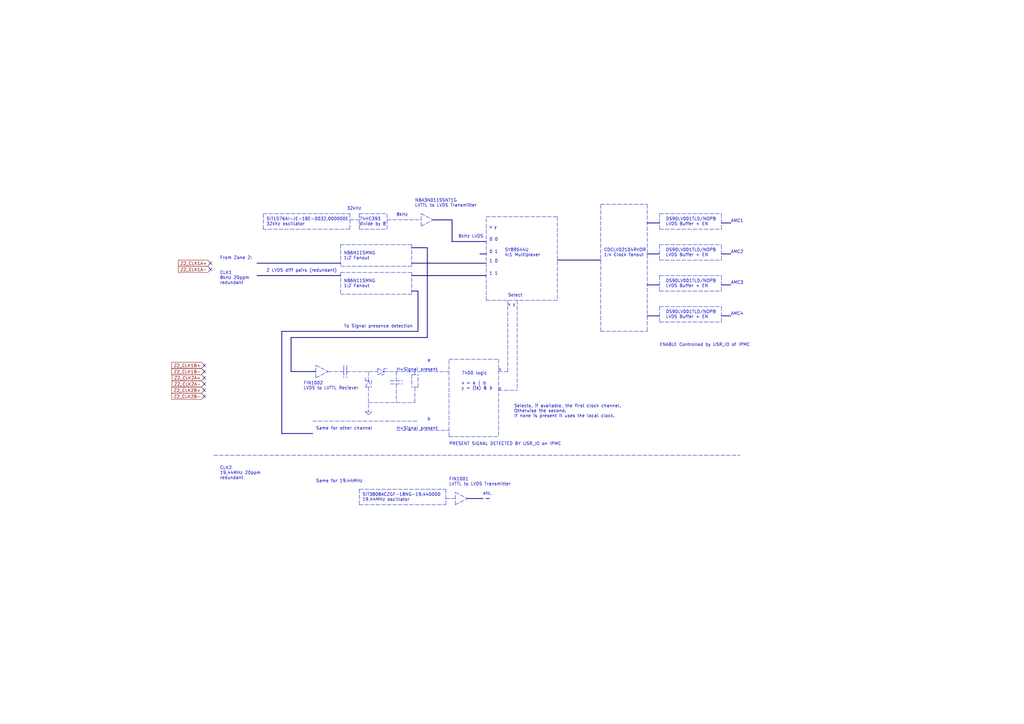
<source format=kicad_sch>
(kicad_sch (version 20211123) (generator eeschema)
  (paper "A3")
  (title_block (title "ATCA Template") (date "2022-09-07") (rev "1.0") (company "Karlsruhe Institute of Technology (KIT)") (comment 1 "Carsten Schmerbeck"))
  (lib_symbols)
  (no_connect (at 83.82 162.56))
  (no_connect (at 83.82 160.02))
  (no_connect (at 83.82 157.48))
  (no_connect (at 83.82 154.94))
  (no_connect (at 83.82 152.4))
  (no_connect (at 83.82 149.86))
  (no_connect (at 86.36 107.95))
  (no_connect (at 86.36 110.49))
  (bus (pts (xy 105.41 107.95) (xy 139.7 107.95)))
  (bus (pts (xy 295.91 129.54) (xy 299.72 129.54)))
  (polyline (pts (xy 139.7 111.76) (xy 168.91 111.76)))
  (polyline (pts (xy 270.51 100.33) (xy 270.51 106.68)))
  (polyline (pts (xy 162.56 152.4) (xy 162.56 156.21)))
  (polyline (pts (xy 295.91 106.68) (xy 295.91 100.33)))
  (polyline (pts (xy 168.91 153.67) (xy 171.45 153.67)))
  (polyline (pts (xy 154.94 151.13) (xy 154.94 153.67)))
  (polyline (pts (xy 270.51 93.98) (xy 295.91 93.98)))
  (polyline (pts (xy 147.32 93.98) (xy 158.75 93.98)))
  (polyline (pts (xy 154.94 151.13) (xy 157.48 152.4)))
  (bus (pts (xy 177.8 90.17) (xy 185.42 90.17)))
  (polyline (pts (xy 182.88 204.47) (xy 186.69 204.47)))
  (polyline (pts (xy 171.45 158.75) (xy 168.91 158.75)))
  (bus (pts (xy 185.42 99.06) (xy 185.42 90.17)))
  (polyline (pts (xy 142.24 152.4) (xy 154.94 152.4)))
  (polyline (pts (xy 270.51 125.73) (xy 295.91 125.73)))
  (polyline (pts (xy 151.13 156.21) (xy 152.4 158.75)))
  (polyline (pts (xy 182.88 207.01) (xy 182.88 200.66)))
  (polyline (pts (xy 204.47 152.4) (xy 208.28 152.4)))
  (polyline (pts (xy 171.45 158.75) (xy 171.45 153.67)))
  (bus (pts (xy 295.91 116.84) (xy 299.72 116.84)))
  (polyline (pts (xy 158.75 93.98) (xy 158.75 87.63)))
  (polyline (pts (xy 143.51 93.98) (xy 107.95 93.98)))
  (bus (pts (xy 175.26 101.6) (xy 175.26 138.43)))
  (polyline (pts (xy 172.72 92.71) (xy 177.8 90.17)))
  (polyline (pts (xy 228.6 88.9) (xy 228.6 123.19)))
  (polyline (pts (xy 160.02 157.48) (xy 165.1 157.48)))
  (polyline (pts (xy 199.39 88.9) (xy 228.6 88.9)))
  (polyline (pts (xy 162.56 176.53) (xy 184.15 176.53)))
  (polyline (pts (xy 270.51 106.68) (xy 295.91 106.68)))
  (polyline (pts (xy 246.38 135.89) (xy 265.43 135.89)))
  (bus (pts (xy 175.26 138.43) (xy 119.38 138.43)))
  (bus (pts (xy 295.91 91.44) (xy 299.72 91.44)))
  (polyline (pts (xy 186.69 207.01) (xy 186.69 201.93)))
  (polyline (pts (xy 208.28 152.4) (xy 208.28 123.19)))
  (polyline (pts (xy 270.51 113.03) (xy 295.91 113.03)))
  (polyline (pts (xy 151.13 152.4) (xy 151.13 156.21)))
  (polyline (pts (xy 87.63 186.69) (xy 303.53 186.69)))
  (polyline (pts (xy 265.43 83.82) (xy 265.43 135.89)))
  (polyline (pts (xy 270.51 125.73) (xy 270.51 132.08)))
  (bus (pts (xy 119.38 152.4) (xy 129.54 152.4)))
  (polyline (pts (xy 134.62 152.4) (xy 140.97 152.4)))
  (polyline (pts (xy 142.24 151.13) (xy 142.24 153.67)))
  (polyline (pts (xy 142.24 149.86) (xy 142.24 154.94)))
  (polyline (pts (xy 270.51 113.03) (xy 270.51 119.38)))
  (polyline (pts (xy 204.47 160.02) (xy 212.09 160.02)))
  (polyline (pts (xy 143.51 87.63) (xy 143.51 93.98)))
  (bus (pts (xy 115.57 135.89) (xy 115.57 177.8)))
  (bus (pts (xy 115.57 177.8) (xy 128.27 177.8)))
  (polyline (pts (xy 158.75 151.13) (xy 157.48 151.13)))
  (bus (pts (xy 119.38 138.43) (xy 119.38 152.4)))
  (polyline (pts (xy 270.51 100.33) (xy 295.91 100.33)))
  (bus (pts (xy 196.85 104.14) (xy 199.39 104.14)))
  (polyline (pts (xy 186.69 201.93) (xy 191.77 204.47)))
  (bus (pts (xy 265.43 91.44) (xy 270.51 91.44)))
  (bus (pts (xy 265.43 129.54) (xy 270.51 129.54)))
  (polyline (pts (xy 152.4 156.21) (xy 152.4 157.48)))
  (polyline (pts (xy 139.7 100.33) (xy 168.91 100.33)))
  (polyline (pts (xy 143.51 90.17) (xy 147.32 90.17)))
  (polyline (pts (xy 149.86 168.91) (xy 152.4 168.91)))
  (polyline (pts (xy 186.69 207.01) (xy 191.77 204.47)))
  (bus (pts (xy 199.39 204.47) (xy 200.66 204.47)))
  (polyline (pts (xy 168.91 111.76) (xy 168.91 120.65)))
  (polyline (pts (xy 152.4 168.91) (xy 151.13 170.18)))
  (polyline (pts (xy 140.97 149.86) (xy 140.97 154.94)))
  (polyline (pts (xy 107.95 87.63) (xy 143.51 87.63)))
  (bus (pts (xy 168.91 113.03) (xy 199.39 113.03)))
  (polyline (pts (xy 147.32 87.63) (xy 147.32 93.98)))
  (polyline (pts (xy 156.21 153.67) (xy 157.48 153.67)))
  (polyline (pts (xy 149.86 158.75) (xy 151.13 156.21)))
  (bus (pts (xy 171.45 135.89) (xy 115.57 135.89)))
  (bus (pts (xy 265.43 104.14) (xy 270.51 104.14)))
  (polyline (pts (xy 162.56 157.48) (xy 162.56 165.1)))
  (polyline (pts (xy 160.02 156.21) (xy 165.1 156.21)))
  (bus (pts (xy 265.43 116.84) (xy 270.51 116.84)))
  (polyline (pts (xy 172.72 92.71) (xy 172.72 87.63)))
  (polyline (pts (xy 270.51 87.63) (xy 270.51 93.98)))
  (polyline (pts (xy 170.18 165.1) (xy 170.18 158.75)))
  (polyline (pts (xy 184.15 147.32) (xy 204.47 147.32)))
  (polyline (pts (xy 147.32 200.66) (xy 147.32 207.01)))
  (bus (pts (xy 168.91 101.6) (xy 175.26 101.6)))
  (polyline (pts (xy 295.91 119.38) (xy 295.91 113.03)))
  (polyline (pts (xy 151.13 165.1) (xy 170.18 165.1)))
  (polyline (pts (xy 295.91 132.08) (xy 295.91 125.73)))
  (polyline (pts (xy 168.91 153.67) (xy 168.91 158.75)))
  (polyline (pts (xy 139.7 100.33) (xy 139.7 109.22)))
  (polyline (pts (xy 147.32 87.63) (xy 158.75 87.63)))
  (polyline (pts (xy 270.51 132.08) (xy 295.91 132.08)))
  (polyline (pts (xy 204.47 147.32) (xy 204.47 179.07)))
  (polyline (pts (xy 184.15 179.07) (xy 204.47 179.07)))
  (bus (pts (xy 191.77 204.47) (xy 198.12 204.47)))
  (polyline (pts (xy 149.86 168.91) (xy 151.13 170.18)))
  (polyline (pts (xy 147.32 207.01) (xy 182.88 207.01)))
  (polyline (pts (xy 157.48 152.4) (xy 184.15 152.4)))
  (bus (pts (xy 295.91 104.14) (xy 299.72 104.14)))
  (polyline (pts (xy 246.38 135.89) (xy 246.38 83.82)))
  (polyline (pts (xy 270.51 87.63) (xy 295.91 87.63)))
  (polyline (pts (xy 168.91 100.33) (xy 168.91 109.22)))
  (polyline (pts (xy 170.18 152.4) (xy 170.18 153.67)))
  (polyline (pts (xy 172.72 87.63) (xy 177.8 90.17)))
  (bus (pts (xy 185.42 99.06) (xy 199.39 99.06)))
  (polyline (pts (xy 129.54 149.86) (xy 134.62 152.4)))
  (polyline (pts (xy 158.75 90.17) (xy 172.72 90.17)))
  (polyline (pts (xy 149.86 154.94) (xy 149.86 156.21)))
  (polyline (pts (xy 128.27 172.72) (xy 171.45 172.72)))
  (polyline (pts (xy 129.54 154.94) (xy 134.62 152.4)))
  (polyline (pts (xy 147.32 200.66) (xy 182.88 200.66)))
  (polyline (pts (xy 151.13 158.75) (xy 151.13 168.91)))
  (polyline (pts (xy 140.97 151.13) (xy 140.97 153.67)))
  (bus (pts (xy 105.41 113.03) (xy 139.7 113.03)))
  (polyline (pts (xy 270.51 119.38) (xy 295.91 119.38)))
  (polyline (pts (xy 199.39 123.19) (xy 199.39 88.9)))
  (polyline (pts (xy 184.15 179.07) (xy 184.15 147.32)))
  (polyline (pts (xy 168.91 109.22) (xy 139.7 109.22)))
  (bus (pts (xy 228.6 106.68) (xy 246.38 106.68)))
  (polyline (pts (xy 107.95 93.98) (xy 107.95 87.63)))
  (bus (pts (xy 168.91 107.95) (xy 199.39 107.95)))
  (polyline (pts (xy 149.86 158.75) (xy 152.4 158.75)))
  (polyline (pts (xy 154.94 153.67) (xy 157.48 152.4)))
  (polyline (pts (xy 199.39 123.19) (xy 228.6 123.19)))
  (polyline (pts (xy 129.54 154.94) (xy 129.54 149.86)))
  (polyline (pts (xy 295.91 93.98) (xy 295.91 87.63)))
  (polyline (pts (xy 149.86 156.21) (xy 152.4 156.21)))
  (polyline (pts (xy 157.48 151.13) (xy 157.48 153.67)))
  (polyline (pts (xy 139.7 111.76) (xy 139.7 120.65)))
  (bus (pts (xy 168.91 119.38) (xy 171.45 119.38)))
  (polyline (pts (xy 246.38 83.82) (xy 265.43 83.82)))
  (bus (pts (xy 171.45 119.38) (xy 171.45 135.89)))
  (polyline (pts (xy 168.91 120.65) (xy 139.7 120.65)))
  (polyline (pts (xy 212.09 123.19) (xy 212.09 160.02)))
  (text "x y" (at 200.66 93.98 0) (effects (font (size 1.27 1.27)) (justify left bottom)))
  (text "etc." (at 198.12 203.2 0) (effects (font (size 1.27 1.27)) (justify left bottom)))
  (text "AMC1" (at 299.72 91.44 0) (effects (font (size 1.27 1.27)) (justify left bottom)))
  (text "x" (at 204.47 152.4 0) (effects (font (size 1.27 1.27)) (justify left bottom)))
  (text "74HC393\ndivide by 8" (at 147.32 92.71 0) (effects (font (size 1.27 1.27)) (justify left bottom)))
  (text "x y" (at 208.28 125.73 0) (effects (font (size 1.27 1.27)) (justify left bottom)))
  (text "1 0" (at 200.66 107.95 0) (effects (font (size 1.27 1.27)) (justify left bottom)))
  (text "DS90LV001TLD/NOPB\nLVDS Buffer + EN" (at 273.05 118.11 0) (effects (font (size 1.27 1.27)) (justify left bottom)))
  (text "AMC4" (at 299.7153 129.4981 0) (effects (font (size 1.27 1.27)) (justify left bottom)))
  (text "AMC3" (at 299.7153 116.7516 0) (effects (font (size 1.27 1.27)) (justify left bottom)))
  (text "Selects, if available, the first clock channel.\nOtherwise the second.\nIf none is present it uses the local clock." (at 210.82 171.45 0) (effects (font (size 1.27 1.27)) (justify left bottom)))
  (text "DS90LV001TLD/NOPB\nLVDS Buffer + EN" (at 273.05 105.41 0) (effects (font (size 1.27 1.27)) (justify left bottom)))
  (text "Select" (at 208.28 121.92 0) (effects (font (size 1.27 1.27)) (justify left bottom)))
  (text "To Signal presence detection" (at 140.97 134.62 0) (effects (font (size 1.27 1.27)) (justify left bottom)))
  (text "FIN1001\nLVTTL to LVDS Transmitter" (at 184.15 199.39 0) (effects (font (size 1.27 1.27)) (justify left bottom)))
  (text "7400 logic\n\nx = a | b\ny = (!a) & b" (at 189.23 160.02 0) (effects (font (size 1.27 1.27)) (justify left bottom)))
  (text "y" (at 204.47 160.02 0) (effects (font (size 1.27 1.27)) (justify left bottom)))
  (text "SY89544U\n4:1 Multiplexer" (at 207.01 105.41 0) (effects (font (size 1.27 1.27)) (justify left bottom)))
  (text "NBA3N011SSNT1G\nLVTTL to LVDS Transmitter" (at 170.18 85.09 0) (effects (font (size 1.27 1.27)) (justify left bottom)))
  (text "2 LVDS diff pairs (redundant)" (at 109.22 111.76 0) (effects (font (size 1.27 1.27)) (justify left bottom)))
  (text "FIN1002\nLVDS to LVTTL Reciever" (at 124.46 160.02 0) (effects (font (size 1.27 1.27)) (justify left bottom)))
  (text "NB6N11SMNG\n1:2 Fanout" (at 140.97 106.68 0) (effects (font (size 1.27 1.27)) (justify left bottom)))
  (text "DS90LV001TLD/NOPB\nLVDS Buffer + EN" (at 273.05 92.71 0) (effects (font (size 1.27 1.27)) (justify left bottom)))
  (text "8kHz" (at 162.56 88.9 0) (effects (font (size 1.27 1.27)) (justify left bottom)))
  (text "CDCLVD2104RHDR\n1:4 Clock fanout" (at 247.65 105.41 0) (effects (font (size 1.27 1.27)) (justify left bottom)))
  (text "AMC2" (at 299.72 104.14 0) (effects (font (size 1.27 1.27)) (justify left bottom)))
  (text "0 1" (at 200.66 104.14 0) (effects (font (size 1.27 1.27)) (justify left bottom)))
  (text "a" (at 175.26 148.59 0) (effects (font (size 1.27 1.27)) (justify left bottom)))
  (text "SIT1576AI-JE-18E-0032.000000E\n32khz oscillator" (at 109.22 92.71 0) (effects (font (size 1.27 1.27)) (justify left bottom)))
  (text "b" (at 175.26 172.72 0) (effects (font (size 1.27 1.27)) (justify left bottom)))
  (text "DS90LV001TLD/NOPB\nLVDS Buffer + EN" (at 273.05 130.81 0) (effects (font (size 1.27 1.27)) (justify left bottom)))
  (text "Same for 19,44MHz" (at 129.54 198.12 0) (effects (font (size 1.27 1.27)) (justify left bottom)))
  (text "H=Signal present" (at 162.56 152.4 0) (effects (font (size 1.27 1.27)) (justify left bottom)))
  (text "Same for other channel" (at 129.54 176.53 0) (effects (font (size 1.27 1.27)) (justify left bottom)))
  (text "ENABLE Controlled by USR_IO of IPMC" (at 270.51 142.24 0) (effects (font (size 1.27 1.27)) (justify left bottom)))
  (text "0 0" (at 200.66 99.06 0) (effects (font (size 1.27 1.27)) (justify left bottom)))
  (text "NB6N11SMNG\n1:2 Fanout" (at 140.97 118.11 0) (effects (font (size 1.27 1.27)) (justify left bottom)))
  (text "\nCLK2\n19,44MHz 20ppm\nredundant" (at 90.17 196.85 0) (effects (font (size 1.27 1.27)) (justify left bottom)))
  (text "32kHz" (at 142.24 86.36 0) (effects (font (size 1.27 1.27)) (justify left bottom)))
  (text "SIT3808ACZGF-18NG-19.440000\n19,44MHz oscillator" (at 148.59 205.74 0) (effects (font (size 1.27 1.27)) (justify left bottom)))
  (text "H=Signal present" (at 162.56 176.53 0) (effects (font (size 1.27 1.27)) (justify left bottom)))
  (text "From Zone 2:\n\n\nCLK1\n8kHz 20ppm\nredundant" (at 90.17 116.84 0) (effects (font (size 1.27 1.27)) (justify left bottom)))
  (text "1 1" (at 200.66 113.03 0) (effects (font (size 1.27 1.27)) (justify left bottom)))
  (text "8kHz LVDS" (at 187.96 97.79 0) (effects (font (size 1.27 1.27)) (justify left bottom)))
  (text "PRESENT SIGNAL DETECTED BY USR_IO on IPMC" (at 184.15 182.88 0) (effects (font (size 1.27 1.27)) (justify left bottom)))
  (global_label "Z2_CLK1B-" (shape input) (at 83.82 152.4 180) (property "Intersheet References" "${INTERSHEET_REFS}" (effects hide)))
  (global_label "Z2_CLK1A+" (shape input) (at 86.36 107.95 180) (property "Intersheet References" "${INTERSHEET_REFS}" (effects hide)))
  (global_label "Z2_CLK2A-" (shape input) (at 83.82 157.48 180) (property "Intersheet References" "${INTERSHEET_REFS}" (effects hide)))
  (global_label "Z2_CLK1B+" (shape input) (at 83.82 149.86 180) (property "Intersheet References" "${INTERSHEET_REFS}" (effects hide)))
  (global_label "Z2_CLK1A-" (shape input) (at 86.36 110.49 180) (property "Intersheet References" "${INTERSHEET_REFS}" (effects hide)))
  (global_label "Z2_CLK2B-" (shape input) (at 83.82 162.56 180) (property "Intersheet References" "${INTERSHEET_REFS}" (effects hide)))
  (global_label "Z2_CLK2A+" (shape input) (at 83.82 154.94 180) (property "Intersheet References" "${INTERSHEET_REFS}" (effects hide)))
  (global_label "Z2_CLK2B+" (shape input) (at 83.82 160.02 180) (property "Intersheet References" "${INTERSHEET_REFS}" (effects hide)))
)
</source>
